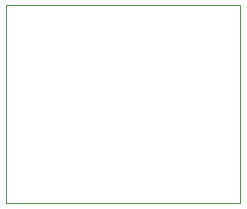
<source format=gko>
%TF.GenerationSoftware,KiCad,Pcbnew,(5.99.0-6613-ge739d5ba65)*%
%TF.CreationDate,2020-11-02T19:14:16+01:00*%
%TF.ProjectId,min_sx1280,6d696e5f-7378-4313-9238-302e6b696361,rev?*%
%TF.SameCoordinates,PX5f31df8PY89d6220*%
%TF.FileFunction,Profile,NP*%
%FSLAX46Y46*%
G04 Gerber Fmt 4.6, Leading zero omitted, Abs format (unit mm)*
G04 Created by KiCad (PCBNEW (5.99.0-6613-ge739d5ba65)) date 2020-11-02 19:14:16*
%MOMM*%
%LPD*%
G01*
G04 APERTURE LIST*
%TA.AperFunction,Profile*%
%ADD10C,0.100000*%
%TD*%
G04 APERTURE END LIST*
D10*
X19806000Y16782000D02*
X6000Y16782000D01*
X6000Y7000D02*
X19806000Y-18000D01*
X6000Y16782000D02*
X6000Y7000D01*
X19806000Y-18000D02*
X19806000Y16782000D01*
M02*

</source>
